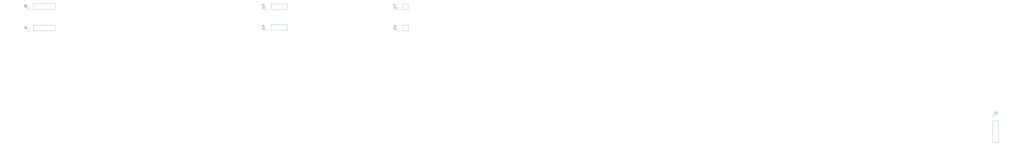
<source format=gbr>
%TF.GenerationSoftware,KiCad,Pcbnew,8.0.5-8.0.5-0~ubuntu20.04.1*%
%TF.CreationDate,2024-11-01T17:59:14+00:00*%
%TF.ProjectId,Hyper7-Evo,48797065-7237-42d4-9576-6f2e6b696361,rev?*%
%TF.SameCoordinates,Original*%
%TF.FileFunction,Legend,Top*%
%TF.FilePolarity,Positive*%
%FSLAX46Y46*%
G04 Gerber Fmt 4.6, Leading zero omitted, Abs format (unit mm)*
G04 Created by KiCad (PCBNEW 8.0.5-8.0.5-0~ubuntu20.04.1) date 2024-11-01 17:59:14*
%MOMM*%
%LPD*%
G01*
G04 APERTURE LIST*
%ADD10C,0.150000*%
%ADD11C,0.120000*%
G04 APERTURE END LIST*
D10*
X229849819Y-120409523D02*
X230564104Y-120409523D01*
X230564104Y-120409523D02*
X230706961Y-120457142D01*
X230706961Y-120457142D02*
X230802200Y-120552380D01*
X230802200Y-120552380D02*
X230849819Y-120695237D01*
X230849819Y-120695237D02*
X230849819Y-120790475D01*
X230849819Y-119409523D02*
X230849819Y-119980951D01*
X230849819Y-119695237D02*
X229849819Y-119695237D01*
X229849819Y-119695237D02*
X229992676Y-119790475D01*
X229992676Y-119790475D02*
X230087914Y-119885713D01*
X230087914Y-119885713D02*
X230135533Y-119980951D01*
X229849819Y-118552380D02*
X229849819Y-118742856D01*
X229849819Y-118742856D02*
X229897438Y-118838094D01*
X229897438Y-118838094D02*
X229945057Y-118885713D01*
X229945057Y-118885713D02*
X230087914Y-118980951D01*
X230087914Y-118980951D02*
X230278390Y-119028570D01*
X230278390Y-119028570D02*
X230659342Y-119028570D01*
X230659342Y-119028570D02*
X230754580Y-118980951D01*
X230754580Y-118980951D02*
X230802200Y-118933332D01*
X230802200Y-118933332D02*
X230849819Y-118838094D01*
X230849819Y-118838094D02*
X230849819Y-118647618D01*
X230849819Y-118647618D02*
X230802200Y-118552380D01*
X230802200Y-118552380D02*
X230754580Y-118504761D01*
X230754580Y-118504761D02*
X230659342Y-118457142D01*
X230659342Y-118457142D02*
X230421247Y-118457142D01*
X230421247Y-118457142D02*
X230326009Y-118504761D01*
X230326009Y-118504761D02*
X230278390Y-118552380D01*
X230278390Y-118552380D02*
X230230771Y-118647618D01*
X230230771Y-118647618D02*
X230230771Y-118838094D01*
X230230771Y-118838094D02*
X230278390Y-118933332D01*
X230278390Y-118933332D02*
X230326009Y-118980951D01*
X230326009Y-118980951D02*
X230421247Y-119028570D01*
X57214819Y-119933333D02*
X57929104Y-119933333D01*
X57929104Y-119933333D02*
X58071961Y-119980952D01*
X58071961Y-119980952D02*
X58167200Y-120076190D01*
X58167200Y-120076190D02*
X58214819Y-120219047D01*
X58214819Y-120219047D02*
X58214819Y-120314285D01*
X57214819Y-119028571D02*
X57214819Y-119219047D01*
X57214819Y-119219047D02*
X57262438Y-119314285D01*
X57262438Y-119314285D02*
X57310057Y-119361904D01*
X57310057Y-119361904D02*
X57452914Y-119457142D01*
X57452914Y-119457142D02*
X57643390Y-119504761D01*
X57643390Y-119504761D02*
X58024342Y-119504761D01*
X58024342Y-119504761D02*
X58119580Y-119457142D01*
X58119580Y-119457142D02*
X58167200Y-119409523D01*
X58167200Y-119409523D02*
X58214819Y-119314285D01*
X58214819Y-119314285D02*
X58214819Y-119123809D01*
X58214819Y-119123809D02*
X58167200Y-119028571D01*
X58167200Y-119028571D02*
X58119580Y-118980952D01*
X58119580Y-118980952D02*
X58024342Y-118933333D01*
X58024342Y-118933333D02*
X57786247Y-118933333D01*
X57786247Y-118933333D02*
X57691009Y-118980952D01*
X57691009Y-118980952D02*
X57643390Y-119028571D01*
X57643390Y-119028571D02*
X57595771Y-119123809D01*
X57595771Y-119123809D02*
X57595771Y-119314285D01*
X57595771Y-119314285D02*
X57643390Y-119409523D01*
X57643390Y-119409523D02*
X57691009Y-119457142D01*
X57691009Y-119457142D02*
X57786247Y-119504761D01*
X229849819Y-110409523D02*
X230564104Y-110409523D01*
X230564104Y-110409523D02*
X230706961Y-110457142D01*
X230706961Y-110457142D02*
X230802200Y-110552380D01*
X230802200Y-110552380D02*
X230849819Y-110695237D01*
X230849819Y-110695237D02*
X230849819Y-110790475D01*
X230849819Y-109409523D02*
X230849819Y-109980951D01*
X230849819Y-109695237D02*
X229849819Y-109695237D01*
X229849819Y-109695237D02*
X229992676Y-109790475D01*
X229992676Y-109790475D02*
X230087914Y-109885713D01*
X230087914Y-109885713D02*
X230135533Y-109980951D01*
X229849819Y-109076189D02*
X229849819Y-108409523D01*
X229849819Y-108409523D02*
X230849819Y-108838094D01*
X168324819Y-120259523D02*
X169039104Y-120259523D01*
X169039104Y-120259523D02*
X169181961Y-120307142D01*
X169181961Y-120307142D02*
X169277200Y-120402380D01*
X169277200Y-120402380D02*
X169324819Y-120545237D01*
X169324819Y-120545237D02*
X169324819Y-120640475D01*
X169324819Y-119259523D02*
X169324819Y-119830951D01*
X169324819Y-119545237D02*
X168324819Y-119545237D01*
X168324819Y-119545237D02*
X168467676Y-119640475D01*
X168467676Y-119640475D02*
X168562914Y-119735713D01*
X168562914Y-119735713D02*
X168610533Y-119830951D01*
X168658152Y-118402380D02*
X169324819Y-118402380D01*
X168277200Y-118640475D02*
X168991485Y-118878570D01*
X168991485Y-118878570D02*
X168991485Y-118259523D01*
X57254819Y-109833333D02*
X57969104Y-109833333D01*
X57969104Y-109833333D02*
X58111961Y-109880952D01*
X58111961Y-109880952D02*
X58207200Y-109976190D01*
X58207200Y-109976190D02*
X58254819Y-110119047D01*
X58254819Y-110119047D02*
X58254819Y-110214285D01*
X57683390Y-109214285D02*
X57635771Y-109309523D01*
X57635771Y-109309523D02*
X57588152Y-109357142D01*
X57588152Y-109357142D02*
X57492914Y-109404761D01*
X57492914Y-109404761D02*
X57445295Y-109404761D01*
X57445295Y-109404761D02*
X57350057Y-109357142D01*
X57350057Y-109357142D02*
X57302438Y-109309523D01*
X57302438Y-109309523D02*
X57254819Y-109214285D01*
X57254819Y-109214285D02*
X57254819Y-109023809D01*
X57254819Y-109023809D02*
X57302438Y-108928571D01*
X57302438Y-108928571D02*
X57350057Y-108880952D01*
X57350057Y-108880952D02*
X57445295Y-108833333D01*
X57445295Y-108833333D02*
X57492914Y-108833333D01*
X57492914Y-108833333D02*
X57588152Y-108880952D01*
X57588152Y-108880952D02*
X57635771Y-108928571D01*
X57635771Y-108928571D02*
X57683390Y-109023809D01*
X57683390Y-109023809D02*
X57683390Y-109214285D01*
X57683390Y-109214285D02*
X57731009Y-109309523D01*
X57731009Y-109309523D02*
X57778628Y-109357142D01*
X57778628Y-109357142D02*
X57873866Y-109404761D01*
X57873866Y-109404761D02*
X58064342Y-109404761D01*
X58064342Y-109404761D02*
X58159580Y-109357142D01*
X58159580Y-109357142D02*
X58207200Y-109309523D01*
X58207200Y-109309523D02*
X58254819Y-109214285D01*
X58254819Y-109214285D02*
X58254819Y-109023809D01*
X58254819Y-109023809D02*
X58207200Y-108928571D01*
X58207200Y-108928571D02*
X58159580Y-108880952D01*
X58159580Y-108880952D02*
X58064342Y-108833333D01*
X58064342Y-108833333D02*
X57873866Y-108833333D01*
X57873866Y-108833333D02*
X57778628Y-108880952D01*
X57778628Y-108880952D02*
X57731009Y-108928571D01*
X57731009Y-108928571D02*
X57683390Y-109023809D01*
X168324819Y-110409523D02*
X169039104Y-110409523D01*
X169039104Y-110409523D02*
X169181961Y-110457142D01*
X169181961Y-110457142D02*
X169277200Y-110552380D01*
X169277200Y-110552380D02*
X169324819Y-110695237D01*
X169324819Y-110695237D02*
X169324819Y-110790475D01*
X169324819Y-109409523D02*
X169324819Y-109980951D01*
X169324819Y-109695237D02*
X168324819Y-109695237D01*
X168324819Y-109695237D02*
X168467676Y-109790475D01*
X168467676Y-109790475D02*
X168562914Y-109885713D01*
X168562914Y-109885713D02*
X168610533Y-109980951D01*
X168324819Y-108504761D02*
X168324819Y-108980951D01*
X168324819Y-108980951D02*
X168801009Y-109028570D01*
X168801009Y-109028570D02*
X168753390Y-108980951D01*
X168753390Y-108980951D02*
X168705771Y-108885713D01*
X168705771Y-108885713D02*
X168705771Y-108647618D01*
X168705771Y-108647618D02*
X168753390Y-108552380D01*
X168753390Y-108552380D02*
X168801009Y-108504761D01*
X168801009Y-108504761D02*
X168896247Y-108457142D01*
X168896247Y-108457142D02*
X169134342Y-108457142D01*
X169134342Y-108457142D02*
X169229580Y-108504761D01*
X169229580Y-108504761D02*
X169277200Y-108552380D01*
X169277200Y-108552380D02*
X169324819Y-108647618D01*
X169324819Y-108647618D02*
X169324819Y-108885713D01*
X169324819Y-108885713D02*
X169277200Y-108980951D01*
X169277200Y-108980951D02*
X169229580Y-109028570D01*
X510916666Y-159004819D02*
X510916666Y-159719104D01*
X510916666Y-159719104D02*
X510869047Y-159861961D01*
X510869047Y-159861961D02*
X510773809Y-159957200D01*
X510773809Y-159957200D02*
X510630952Y-160004819D01*
X510630952Y-160004819D02*
X510535714Y-160004819D01*
X511297619Y-159004819D02*
X511916666Y-159004819D01*
X511916666Y-159004819D02*
X511583333Y-159385771D01*
X511583333Y-159385771D02*
X511726190Y-159385771D01*
X511726190Y-159385771D02*
X511821428Y-159433390D01*
X511821428Y-159433390D02*
X511869047Y-159481009D01*
X511869047Y-159481009D02*
X511916666Y-159576247D01*
X511916666Y-159576247D02*
X511916666Y-159814342D01*
X511916666Y-159814342D02*
X511869047Y-159909580D01*
X511869047Y-159909580D02*
X511821428Y-159957200D01*
X511821428Y-159957200D02*
X511726190Y-160004819D01*
X511726190Y-160004819D02*
X511440476Y-160004819D01*
X511440476Y-160004819D02*
X511345238Y-159957200D01*
X511345238Y-159957200D02*
X511297619Y-159909580D01*
D11*
%TO.C,J16*%
X231395000Y-120930000D02*
X231395000Y-119600000D01*
X232725000Y-120930000D02*
X231395000Y-120930000D01*
X233995000Y-118270000D02*
X236595000Y-118270000D01*
X233995000Y-120930000D02*
X233995000Y-118270000D01*
X233995000Y-120930000D02*
X236595000Y-120930000D01*
X236595000Y-120930000D02*
X236595000Y-118270000D01*
%TO.C,J6*%
X58760000Y-120930000D02*
X58760000Y-119600000D01*
X60090000Y-120930000D02*
X58760000Y-120930000D01*
X61360000Y-118270000D02*
X71580000Y-118270000D01*
X61360000Y-120930000D02*
X61360000Y-118270000D01*
X61360000Y-120930000D02*
X71580000Y-120930000D01*
X71580000Y-120930000D02*
X71580000Y-118270000D01*
%TO.C,J17*%
X231395000Y-110930000D02*
X231395000Y-109600000D01*
X232725000Y-110930000D02*
X231395000Y-110930000D01*
X233995000Y-108270000D02*
X236595000Y-108270000D01*
X233995000Y-110930000D02*
X233995000Y-108270000D01*
X233995000Y-110930000D02*
X236595000Y-110930000D01*
X236595000Y-110930000D02*
X236595000Y-108270000D01*
%TO.C,J14*%
X169870000Y-120780000D02*
X169870000Y-119450000D01*
X171200000Y-120780000D02*
X169870000Y-120780000D01*
X172470000Y-118120000D02*
X180150000Y-118120000D01*
X172470000Y-120780000D02*
X172470000Y-118120000D01*
X172470000Y-120780000D02*
X180150000Y-120780000D01*
X180150000Y-120780000D02*
X180150000Y-118120000D01*
%TO.C,J8*%
X58800000Y-110830000D02*
X58800000Y-109500000D01*
X60130000Y-110830000D02*
X58800000Y-110830000D01*
X61400000Y-108170000D02*
X71620000Y-108170000D01*
X61400000Y-110830000D02*
X61400000Y-108170000D01*
X61400000Y-110830000D02*
X71620000Y-110830000D01*
X71620000Y-110830000D02*
X71620000Y-108170000D01*
%TO.C,J15*%
X169870000Y-110930000D02*
X169870000Y-109600000D01*
X171200000Y-110930000D02*
X169870000Y-110930000D01*
X172470000Y-108270000D02*
X180150000Y-108270000D01*
X172470000Y-110930000D02*
X172470000Y-108270000D01*
X172470000Y-110930000D02*
X180150000Y-110930000D01*
X180150000Y-110930000D02*
X180150000Y-108270000D01*
%TO.C,J3*%
X509920000Y-160550000D02*
X511250000Y-160550000D01*
X509920000Y-161880000D02*
X509920000Y-160550000D01*
X509920000Y-163150000D02*
X509920000Y-173370000D01*
X509920000Y-163150000D02*
X512580000Y-163150000D01*
X509920000Y-173370000D02*
X512580000Y-173370000D01*
X512580000Y-163150000D02*
X512580000Y-173370000D01*
%TD*%
M02*

</source>
